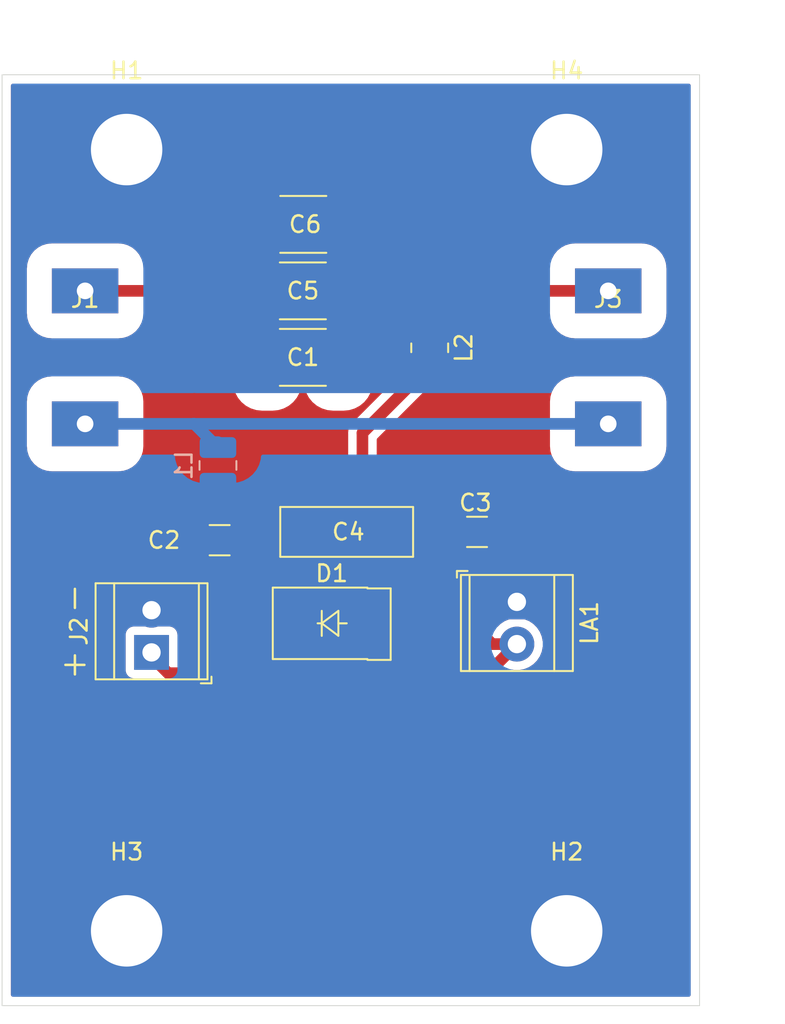
<source format=kicad_pcb>
(kicad_pcb (version 20171130) (host pcbnew 5.1.6-c6e7f7d~87~ubuntu20.04.1)

  (general
    (thickness 1.6)
    (drawings 19)
    (tracks 52)
    (zones 0)
    (modules 17)
    (nets 6)
  )

  (page A4)
  (layers
    (0 F.Cu signal)
    (31 B.Cu signal)
    (32 B.Adhes user)
    (33 F.Adhes user)
    (34 B.Paste user)
    (35 F.Paste user)
    (36 B.SilkS user)
    (37 F.SilkS user)
    (38 B.Mask user)
    (39 F.Mask user)
    (40 Dwgs.User user)
    (41 Cmts.User user)
    (42 Eco1.User user)
    (43 Eco2.User user)
    (44 Edge.Cuts user)
    (45 Margin user)
    (46 B.CrtYd user)
    (47 F.CrtYd user)
    (48 B.Fab user)
    (49 F.Fab user)
  )

  (setup
    (last_trace_width 0.7)
    (trace_clearance 0.2)
    (zone_clearance 0.508)
    (zone_45_only no)
    (trace_min 0.2)
    (via_size 0.8)
    (via_drill 0.4)
    (via_min_size 0.4)
    (via_min_drill 0.3)
    (uvia_size 0.3)
    (uvia_drill 0.1)
    (uvias_allowed no)
    (uvia_min_size 0.2)
    (uvia_min_drill 0.1)
    (edge_width 0.05)
    (segment_width 0.2)
    (pcb_text_width 0.3)
    (pcb_text_size 1.5 1.5)
    (mod_edge_width 0.12)
    (mod_text_size 1 1)
    (mod_text_width 0.15)
    (pad_size 1.25 2.2)
    (pad_drill 0)
    (pad_to_mask_clearance 0.05)
    (aux_axis_origin 0 0)
    (visible_elements FFFFFF7F)
    (pcbplotparams
      (layerselection 0x010ff_ffffffff)
      (usegerberextensions false)
      (usegerberattributes true)
      (usegerberadvancedattributes true)
      (creategerberjobfile true)
      (excludeedgelayer true)
      (linewidth 0.100000)
      (plotframeref false)
      (viasonmask false)
      (mode 1)
      (useauxorigin false)
      (hpglpennumber 1)
      (hpglpenspeed 20)
      (hpglpendiameter 15.000000)
      (psnegative false)
      (psa4output false)
      (plotreference true)
      (plotvalue true)
      (plotinvisibletext false)
      (padsonsilk false)
      (subtractmaskfromsilk false)
      (outputformat 1)
      (mirror false)
      (drillshape 0)
      (scaleselection 1)
      (outputdirectory "extractor-smd/"))
  )

  (net 0 "")
  (net 1 /RF+DC)
  (net 2 /RF)
  (net 3 /RF-GND)
  (net 4 /DC-GND)
  (net 5 /DC+)

  (net_class Default "This is the default net class."
    (clearance 0.2)
    (trace_width 0.7)
    (via_dia 0.8)
    (via_drill 0.4)
    (uvia_dia 0.3)
    (uvia_drill 0.1)
    (add_net /DC+)
    (add_net /DC-GND)
  )

  (net_class RF ""
    (clearance 1.5)
    (trace_width 0.7)
    (via_dia 0.8)
    (via_drill 0.4)
    (uvia_dia 0.3)
    (uvia_drill 0.1)
    (add_net /RF)
    (add_net /RF+DC)
  )

  (net_class RF-GND ""
    (clearance 1.5)
    (trace_width 0.7)
    (via_dia 0.8)
    (via_drill 0.4)
    (uvia_dia 0.3)
    (uvia_drill 0.1)
    (add_net /RF-GND)
  )

  (module Teensy:SO-239-pads (layer F.Cu) (tedit 5F48540F) (tstamp 5F484DB4)
    (at 42 32)
    (path /5F47F485)
    (fp_text reference J1 (at 0 0.5) (layer F.SilkS)
      (effects (font (size 1 1) (thickness 0.15)))
    )
    (fp_text value Conn_Coaxial (at 0 -0.5) (layer F.Fab)
      (effects (font (size 1 1) (thickness 0.15)))
    )
    (pad 2 thru_hole rect (at 0 8) (size 4 2.7) (drill 1) (layers *.Cu *.Mask)
      (net 3 /RF-GND))
    (pad 1 thru_hole rect (at 0 0) (size 4 2.7) (drill 1) (layers *.Cu *.Mask)
      (net 2 /RF))
  )

  (module TerminalBlock_TE-Connectivity:TerminalBlock_TE_282834-2_1x02_P2.54mm_Horizontal (layer F.Cu) (tedit 5B1EC513) (tstamp 5F484DD4)
    (at 46 53.75 90)
    (descr "Terminal Block TE 282834-2, 2 pins, pitch 2.54mm, size 5.54x6.5mm^2, drill diamater 1.1mm, pad diameter 2.1mm, see http://www.te.com/commerce/DocumentDelivery/DDEController?Action=showdoc&DocId=Customer+Drawing%7F282834%7FC1%7Fpdf%7FEnglish%7FENG_CD_282834_C1.pdf, script-generated using https://github.com/pointhi/kicad-footprint-generator/scripts/TerminalBlock_TE-Connectivity")
    (tags "THT Terminal Block TE 282834-2 pitch 2.54mm size 5.54x6.5mm^2 drill 1.1mm pad 2.1mm")
    (path /5F4863C5)
    (fp_text reference J2 (at 1.27 -4.37 90) (layer F.SilkS)
      (effects (font (size 1 1) (thickness 0.15)))
    )
    (fp_text value Screw_Terminal_01x02 (at 1.27 4.37 90) (layer F.Fab)
      (effects (font (size 1 1) (thickness 0.15)))
    )
    (fp_line (start 4.54 -3.75) (end -2 -3.75) (layer F.CrtYd) (width 0.05))
    (fp_line (start 4.54 3.75) (end 4.54 -3.75) (layer F.CrtYd) (width 0.05))
    (fp_line (start -2 3.75) (end 4.54 3.75) (layer F.CrtYd) (width 0.05))
    (fp_line (start -2 -3.75) (end -2 3.75) (layer F.CrtYd) (width 0.05))
    (fp_line (start -1.86 3.61) (end -1.46 3.61) (layer F.SilkS) (width 0.12))
    (fp_line (start -1.86 2.97) (end -1.86 3.61) (layer F.SilkS) (width 0.12))
    (fp_line (start 3.241 -0.835) (end 1.706 0.7) (layer F.Fab) (width 0.1))
    (fp_line (start 3.375 -0.7) (end 1.84 0.835) (layer F.Fab) (width 0.1))
    (fp_line (start 0.701 -0.835) (end -0.835 0.7) (layer F.Fab) (width 0.1))
    (fp_line (start 0.835 -0.7) (end -0.701 0.835) (layer F.Fab) (width 0.1))
    (fp_line (start 4.16 -3.37) (end 4.16 3.37) (layer F.SilkS) (width 0.12))
    (fp_line (start -1.62 -3.37) (end -1.62 3.37) (layer F.SilkS) (width 0.12))
    (fp_line (start -1.62 3.37) (end 4.16 3.37) (layer F.SilkS) (width 0.12))
    (fp_line (start -1.62 -3.37) (end 4.16 -3.37) (layer F.SilkS) (width 0.12))
    (fp_line (start -1.62 -2.25) (end 4.16 -2.25) (layer F.SilkS) (width 0.12))
    (fp_line (start -1.5 -2.25) (end 4.04 -2.25) (layer F.Fab) (width 0.1))
    (fp_line (start -1.62 2.85) (end 4.16 2.85) (layer F.SilkS) (width 0.12))
    (fp_line (start -1.5 2.85) (end 4.04 2.85) (layer F.Fab) (width 0.1))
    (fp_line (start -1.5 2.85) (end -1.5 -3.25) (layer F.Fab) (width 0.1))
    (fp_line (start -1.1 3.25) (end -1.5 2.85) (layer F.Fab) (width 0.1))
    (fp_line (start 4.04 3.25) (end -1.1 3.25) (layer F.Fab) (width 0.1))
    (fp_line (start 4.04 -3.25) (end 4.04 3.25) (layer F.Fab) (width 0.1))
    (fp_line (start -1.5 -3.25) (end 4.04 -3.25) (layer F.Fab) (width 0.1))
    (fp_circle (center 2.54 0) (end 3.64 0) (layer F.Fab) (width 0.1))
    (fp_circle (center 0 0) (end 1.1 0) (layer F.Fab) (width 0.1))
    (fp_text user %R (at 1.27 2 90) (layer F.Fab)
      (effects (font (size 1 1) (thickness 0.15)))
    )
    (pad 2 thru_hole circle (at 2.54 0 90) (size 2.1 2.1) (drill 1.1) (layers *.Cu *.Mask)
      (net 4 /DC-GND))
    (pad 1 thru_hole rect (at 0 0 90) (size 2.1 2.1) (drill 1.1) (layers *.Cu *.Mask)
      (net 5 /DC+))
    (model ${KISYS3DMOD}/TerminalBlock_TE-Connectivity.3dshapes/TerminalBlock_TE_282834-2_1x02_P2.54mm_Horizontal.wrl
      (at (xyz 0 0 0))
      (scale (xyz 1 1 1))
      (rotate (xyz 0 0 0))
    )
  )

  (module Teensy:SO-239-pads (layer F.Cu) (tedit 5F48540F) (tstamp 5F484DDA)
    (at 73.5 32)
    (path /5F487404)
    (fp_text reference J3 (at 0 0.5) (layer F.SilkS)
      (effects (font (size 1 1) (thickness 0.15)))
    )
    (fp_text value Conn_Coaxial (at 0 -0.5) (layer F.Fab)
      (effects (font (size 1 1) (thickness 0.15)))
    )
    (pad 2 thru_hole rect (at 0 8) (size 4 2.7) (drill 1) (layers *.Cu *.Mask)
      (net 3 /RF-GND))
    (pad 1 thru_hole rect (at 0 0) (size 4 2.7) (drill 1) (layers *.Cu *.Mask)
      (net 1 /RF+DC))
  )

  (module TerminalBlock_TE-Connectivity:TerminalBlock_TE_282834-2_1x02_P2.54mm_Horizontal (layer F.Cu) (tedit 5B1EC513) (tstamp 5F485338)
    (at 68 50.71 270)
    (descr "Terminal Block TE 282834-2, 2 pins, pitch 2.54mm, size 5.54x6.5mm^2, drill diamater 1.1mm, pad diameter 2.1mm, see http://www.te.com/commerce/DocumentDelivery/DDEController?Action=showdoc&DocId=Customer+Drawing%7F282834%7FC1%7Fpdf%7FEnglish%7FENG_CD_282834_C1.pdf, script-generated using https://github.com/pointhi/kicad-footprint-generator/scripts/TerminalBlock_TE-Connectivity")
    (tags "THT Terminal Block TE 282834-2 pitch 2.54mm size 5.54x6.5mm^2 drill 1.1mm pad 2.1mm")
    (path /5F47E357)
    (fp_text reference LA1 (at 1.27 -4.37 90) (layer F.SilkS)
      (effects (font (size 1 1) (thickness 0.15)))
    )
    (fp_text value 282834-2 (at 1.27 4.37 90) (layer F.Fab)
      (effects (font (size 1 1) (thickness 0.15)))
    )
    (fp_line (start 4.54 -3.75) (end -2 -3.75) (layer F.CrtYd) (width 0.05))
    (fp_line (start 4.54 3.75) (end 4.54 -3.75) (layer F.CrtYd) (width 0.05))
    (fp_line (start -2 3.75) (end 4.54 3.75) (layer F.CrtYd) (width 0.05))
    (fp_line (start -2 -3.75) (end -2 3.75) (layer F.CrtYd) (width 0.05))
    (fp_line (start -1.86 3.61) (end -1.46 3.61) (layer F.SilkS) (width 0.12))
    (fp_line (start -1.86 2.97) (end -1.86 3.61) (layer F.SilkS) (width 0.12))
    (fp_line (start 3.241 -0.835) (end 1.706 0.7) (layer F.Fab) (width 0.1))
    (fp_line (start 3.375 -0.7) (end 1.84 0.835) (layer F.Fab) (width 0.1))
    (fp_line (start 0.701 -0.835) (end -0.835 0.7) (layer F.Fab) (width 0.1))
    (fp_line (start 0.835 -0.7) (end -0.701 0.835) (layer F.Fab) (width 0.1))
    (fp_line (start 4.16 -3.37) (end 4.16 3.37) (layer F.SilkS) (width 0.12))
    (fp_line (start -1.62 -3.37) (end -1.62 3.37) (layer F.SilkS) (width 0.12))
    (fp_line (start -1.62 3.37) (end 4.16 3.37) (layer F.SilkS) (width 0.12))
    (fp_line (start -1.62 -3.37) (end 4.16 -3.37) (layer F.SilkS) (width 0.12))
    (fp_line (start -1.62 -2.25) (end 4.16 -2.25) (layer F.SilkS) (width 0.12))
    (fp_line (start -1.5 -2.25) (end 4.04 -2.25) (layer F.Fab) (width 0.1))
    (fp_line (start -1.62 2.85) (end 4.16 2.85) (layer F.SilkS) (width 0.12))
    (fp_line (start -1.5 2.85) (end 4.04 2.85) (layer F.Fab) (width 0.1))
    (fp_line (start -1.5 2.85) (end -1.5 -3.25) (layer F.Fab) (width 0.1))
    (fp_line (start -1.1 3.25) (end -1.5 2.85) (layer F.Fab) (width 0.1))
    (fp_line (start 4.04 3.25) (end -1.1 3.25) (layer F.Fab) (width 0.1))
    (fp_line (start 4.04 -3.25) (end 4.04 3.25) (layer F.Fab) (width 0.1))
    (fp_line (start -1.5 -3.25) (end 4.04 -3.25) (layer F.Fab) (width 0.1))
    (fp_circle (center 2.54 0) (end 3.64 0) (layer F.Fab) (width 0.1))
    (fp_circle (center 0 0) (end 1.1 0) (layer F.Fab) (width 0.1))
    (fp_text user %R (at 1.27 2 90) (layer F.Fab)
      (effects (font (size 1 1) (thickness 0.15)))
    )
    (pad 2 thru_hole circle (at 2.54 0 270) (size 2.1 2.1) (drill 1.1) (layers *.Cu *.Mask)
      (net 5 /DC+))
    (pad 1 thru_hole rect (at 0 0 270) (size 2.1 2.1) (drill 1.1) (layers *.Cu *.Mask)
      (net 4 /DC-GND))
    (model ${KISYS3DMOD}/TerminalBlock_TE-Connectivity.3dshapes/TerminalBlock_TE_282834-2_1x02_P2.54mm_Horizontal.wrl
      (at (xyz 0 0 0))
      (scale (xyz 1 1 1))
      (rotate (xyz 0 0 0))
    )
  )

  (module MountingHole:MountingHole_4.3mm_M4_DIN965_Pad (layer F.Cu) (tedit 5F4DCA36) (tstamp 5F48B279)
    (at 44.5 23.5)
    (descr "Mounting Hole 4.3mm, M4, DIN965")
    (tags "mounting hole 4.3mm m4 din965")
    (path /5F4A2A63)
    (attr virtual)
    (fp_text reference H1 (at 0 -4.75) (layer F.SilkS)
      (effects (font (size 1 1) (thickness 0.15)))
    )
    (fp_text value MountingHole_Pad (at 0 4.75) (layer F.Fab)
      (effects (font (size 1 1) (thickness 0.15)))
    )
    (fp_circle (center 0 0) (end 3.75 0) (layer Cmts.User) (width 0.15))
    (fp_circle (center 0 0) (end 4 0) (layer F.CrtYd) (width 0.05))
    (fp_text user %R (at 0.3 0) (layer F.Fab)
      (effects (font (size 1 1) (thickness 0.15)))
    )
    (pad 1 thru_hole circle (at 0 0) (size 7.5 7.5) (drill 4.3) (layers *.Cu *.Mask)
      (net 4 /DC-GND))
  )

  (module MountingHole:MountingHole_4.3mm_M4_DIN965_Pad (layer F.Cu) (tedit 5F4DBAEC) (tstamp 5F48B281)
    (at 71 70.5)
    (descr "Mounting Hole 4.3mm, M4, DIN965")
    (tags "mounting hole 4.3mm m4 din965")
    (path /5F4A4543)
    (attr virtual)
    (fp_text reference H2 (at 0 -4.75) (layer F.SilkS)
      (effects (font (size 1 1) (thickness 0.15)))
    )
    (fp_text value MountingHole_Pad (at 0 4.75) (layer F.Fab)
      (effects (font (size 1 1) (thickness 0.15)))
    )
    (fp_circle (center 0 0) (end 4 0) (layer F.CrtYd) (width 0.05))
    (fp_circle (center 0 0) (end 3.75 0) (layer Cmts.User) (width 0.15))
    (fp_text user %R (at 0.3 0) (layer F.Fab)
      (effects (font (size 1 1) (thickness 0.15)))
    )
    (pad 1 thru_hole circle (at 0 0) (size 7.5 7.5) (drill 4.3) (layers *.Cu *.Mask)
      (net 4 /DC-GND))
  )

  (module MountingHole:MountingHole_4.3mm_M4_DIN965_Pad (layer F.Cu) (tedit 5F4DBAE1) (tstamp 5F48B289)
    (at 44.5 70.5)
    (descr "Mounting Hole 4.3mm, M4, DIN965")
    (tags "mounting hole 4.3mm m4 din965")
    (path /5F4A2DF5)
    (attr virtual)
    (fp_text reference H3 (at 0 -4.75) (layer F.SilkS)
      (effects (font (size 1 1) (thickness 0.15)))
    )
    (fp_text value MountingHole_Pad (at 0 4.75) (layer F.Fab)
      (effects (font (size 1 1) (thickness 0.15)))
    )
    (fp_circle (center 0 0) (end 4 0) (layer F.CrtYd) (width 0.05))
    (fp_circle (center 0 0) (end 3.75 0) (layer Cmts.User) (width 0.15))
    (fp_text user %R (at 0.3 0) (layer F.Fab)
      (effects (font (size 1 1) (thickness 0.15)))
    )
    (pad 1 thru_hole circle (at 0 0) (size 7.5 7.5) (drill 4.3) (layers *.Cu *.Mask)
      (net 4 /DC-GND))
  )

  (module MountingHole:MountingHole_4.3mm_M4_DIN965_Pad (layer F.Cu) (tedit 5F4DBAD6) (tstamp 5F48B291)
    (at 71 23.5)
    (descr "Mounting Hole 4.3mm, M4, DIN965")
    (tags "mounting hole 4.3mm m4 din965")
    (path /5F4A453D)
    (attr virtual)
    (fp_text reference H4 (at 0 -4.75) (layer F.SilkS)
      (effects (font (size 1 1) (thickness 0.15)))
    )
    (fp_text value MountingHole_Pad (at 0 4.75) (layer F.Fab)
      (effects (font (size 1 1) (thickness 0.15)))
    )
    (fp_circle (center 0 0) (end 3.75 0) (layer Cmts.User) (width 0.15))
    (fp_circle (center 0 0) (end 4 0) (layer F.CrtYd) (width 0.05))
    (fp_text user %R (at 0.3 0) (layer F.Fab)
      (effects (font (size 1 1) (thickness 0.15)))
    )
    (pad 1 thru_hole circle (at 0 0) (size 7.5 7.5) (drill 4.3) (layers *.Cu *.Mask)
      (net 4 /DC-GND))
  )

  (module Capacitor_SMD:C_1812_4532Metric (layer F.Cu) (tedit 5B301BBE) (tstamp 5F4E0819)
    (at 55.1125 36 180)
    (descr "Capacitor SMD 1812 (4532 Metric), square (rectangular) end terminal, IPC_7351 nominal, (Body size source: https://www.nikhef.nl/pub/departments/mt/projects/detectorR_D/dtddice/ERJ2G.pdf), generated with kicad-footprint-generator")
    (tags capacitor)
    (path /5F4A4B2C)
    (attr smd)
    (fp_text reference C1 (at 0 0) (layer F.SilkS)
      (effects (font (size 1 1) (thickness 0.15)))
    )
    (fp_text value "CAP CER 10000PF 2KV X7R 1812 " (at 0 2.65) (layer F.Fab)
      (effects (font (size 1 1) (thickness 0.15)))
    )
    (fp_line (start -2.25 1.6) (end -2.25 -1.6) (layer F.Fab) (width 0.1))
    (fp_line (start -2.25 -1.6) (end 2.25 -1.6) (layer F.Fab) (width 0.1))
    (fp_line (start 2.25 -1.6) (end 2.25 1.6) (layer F.Fab) (width 0.1))
    (fp_line (start 2.25 1.6) (end -2.25 1.6) (layer F.Fab) (width 0.1))
    (fp_line (start -1.386252 -1.71) (end 1.386252 -1.71) (layer F.SilkS) (width 0.12))
    (fp_line (start -1.386252 1.71) (end 1.386252 1.71) (layer F.SilkS) (width 0.12))
    (fp_line (start -2.95 1.95) (end -2.95 -1.95) (layer F.CrtYd) (width 0.05))
    (fp_line (start -2.95 -1.95) (end 2.95 -1.95) (layer F.CrtYd) (width 0.05))
    (fp_line (start 2.95 -1.95) (end 2.95 1.95) (layer F.CrtYd) (width 0.05))
    (fp_line (start 2.95 1.95) (end -2.95 1.95) (layer F.CrtYd) (width 0.05))
    (fp_text user %R (at 0 0) (layer F.Fab)
      (effects (font (size 1 1) (thickness 0.15)))
    )
    (pad 1 smd roundrect (at -2.1375 0 180) (size 1.125 3.4) (layers F.Cu F.Paste F.Mask) (roundrect_rratio 0.222222)
      (net 1 /RF+DC))
    (pad 2 smd roundrect (at 2.1375 0 180) (size 1.125 3.4) (layers F.Cu F.Paste F.Mask) (roundrect_rratio 0.222222)
      (net 2 /RF))
    (model ${KISYS3DMOD}/Capacitor_SMD.3dshapes/C_1812_4532Metric.wrl
      (at (xyz 0 0 0))
      (scale (xyz 1 1 1))
      (rotate (xyz 0 0 0))
    )
  )

  (module Capacitor_SMD:C_1206_3216Metric (layer F.Cu) (tedit 5B301BBE) (tstamp 5F4E081A)
    (at 50.1 47 180)
    (descr "Capacitor SMD 1206 (3216 Metric), square (rectangular) end terminal, IPC_7351 nominal, (Body size source: http://www.tortai-tech.com/upload/download/2011102023233369053.pdf), generated with kicad-footprint-generator")
    (tags capacitor)
    (path /5F495578)
    (attr smd)
    (fp_text reference C2 (at 3.35 0) (layer F.SilkS)
      (effects (font (size 1 1) (thickness 0.15)))
    )
    (fp_text value "CER 10000PF 1000V X7R 1206 " (at 0 1.82) (layer F.Fab)
      (effects (font (size 1 1) (thickness 0.15)))
    )
    (fp_line (start 2.28 1.12) (end -2.28 1.12) (layer F.CrtYd) (width 0.05))
    (fp_line (start 2.28 -1.12) (end 2.28 1.12) (layer F.CrtYd) (width 0.05))
    (fp_line (start -2.28 -1.12) (end 2.28 -1.12) (layer F.CrtYd) (width 0.05))
    (fp_line (start -2.28 1.12) (end -2.28 -1.12) (layer F.CrtYd) (width 0.05))
    (fp_line (start -0.602064 0.91) (end 0.602064 0.91) (layer F.SilkS) (width 0.12))
    (fp_line (start -0.602064 -0.91) (end 0.602064 -0.91) (layer F.SilkS) (width 0.12))
    (fp_line (start 1.6 0.8) (end -1.6 0.8) (layer F.Fab) (width 0.1))
    (fp_line (start 1.6 -0.8) (end 1.6 0.8) (layer F.Fab) (width 0.1))
    (fp_line (start -1.6 -0.8) (end 1.6 -0.8) (layer F.Fab) (width 0.1))
    (fp_line (start -1.6 0.8) (end -1.6 -0.8) (layer F.Fab) (width 0.1))
    (fp_text user %R (at 0 0) (layer F.Fab)
      (effects (font (size 0.8 0.8) (thickness 0.12)))
    )
    (pad 2 smd roundrect (at 1.4 0 180) (size 1.25 1.75) (layers F.Cu F.Paste F.Mask) (roundrect_rratio 0.2)
      (net 4 /DC-GND))
    (pad 1 smd roundrect (at -1.4 0 180) (size 1.25 1.75) (layers F.Cu F.Paste F.Mask) (roundrect_rratio 0.2)
      (net 5 /DC+))
    (model ${KISYS3DMOD}/Capacitor_SMD.3dshapes/C_1206_3216Metric.wrl
      (at (xyz 0 0 0))
      (scale (xyz 1 1 1))
      (rotate (xyz 0 0 0))
    )
  )

  (module Capacitor_SMD:C_1206_3216Metric (layer F.Cu) (tedit 5B301BBE) (tstamp 5F4E082A)
    (at 65.6 46.5)
    (descr "Capacitor SMD 1206 (3216 Metric), square (rectangular) end terminal, IPC_7351 nominal, (Body size source: http://www.tortai-tech.com/upload/download/2011102023233369053.pdf), generated with kicad-footprint-generator")
    (tags capacitor)
    (path /5F495BD6)
    (attr smd)
    (fp_text reference C3 (at -0.1 -1.75) (layer F.SilkS)
      (effects (font (size 1 1) (thickness 0.15)))
    )
    (fp_text value "CER 100PF 1KV C0G/NP0 1206 " (at 0 1.82) (layer F.Fab)
      (effects (font (size 1 1) (thickness 0.15)))
    )
    (fp_line (start -1.6 0.8) (end -1.6 -0.8) (layer F.Fab) (width 0.1))
    (fp_line (start -1.6 -0.8) (end 1.6 -0.8) (layer F.Fab) (width 0.1))
    (fp_line (start 1.6 -0.8) (end 1.6 0.8) (layer F.Fab) (width 0.1))
    (fp_line (start 1.6 0.8) (end -1.6 0.8) (layer F.Fab) (width 0.1))
    (fp_line (start -0.602064 -0.91) (end 0.602064 -0.91) (layer F.SilkS) (width 0.12))
    (fp_line (start -0.602064 0.91) (end 0.602064 0.91) (layer F.SilkS) (width 0.12))
    (fp_line (start -2.28 1.12) (end -2.28 -1.12) (layer F.CrtYd) (width 0.05))
    (fp_line (start -2.28 -1.12) (end 2.28 -1.12) (layer F.CrtYd) (width 0.05))
    (fp_line (start 2.28 -1.12) (end 2.28 1.12) (layer F.CrtYd) (width 0.05))
    (fp_line (start 2.28 1.12) (end -2.28 1.12) (layer F.CrtYd) (width 0.05))
    (fp_text user %R (at 0 0) (layer F.Fab)
      (effects (font (size 0.8 0.8) (thickness 0.12)))
    )
    (pad 1 smd roundrect (at -1.4 0) (size 1.25 1.75) (layers F.Cu F.Paste F.Mask) (roundrect_rratio 0.2)
      (net 5 /DC+))
    (pad 2 smd roundrect (at 1.4 0) (size 1.25 1.75) (layers F.Cu F.Paste F.Mask) (roundrect_rratio 0.2)
      (net 4 /DC-GND))
    (model ${KISYS3DMOD}/Capacitor_SMD.3dshapes/C_1206_3216Metric.wrl
      (at (xyz 0 0 0))
      (scale (xyz 1 1 1))
      (rotate (xyz 0 0 0))
    )
  )

  (module Teensy:C_1808_4520_Metric (layer F.Cu) (tedit 5F4DB36B) (tstamp 5F4E083A)
    (at 57.75 46.5 180)
    (path /5F496F3F)
    (fp_text reference C4 (at -0.1 0) (layer F.SilkS)
      (effects (font (size 1 1) (thickness 0.15)))
    )
    (fp_text value "CER 1000PF 1KV X7R 1808 " (at 0 -2.25) (layer F.Fab)
      (effects (font (size 1 1) (thickness 0.15)))
    )
    (fp_line (start -4 -1.5) (end 4 -1.5) (layer F.SilkS) (width 0.12))
    (fp_line (start 4 -1.5) (end 4 1.5) (layer F.SilkS) (width 0.12))
    (fp_line (start 4 1.5) (end -4 1.5) (layer F.SilkS) (width 0.12))
    (fp_line (start -4 1.5) (end -4 -1.5) (layer F.SilkS) (width 0.12))
    (pad 1 smd rect (at -2.75 0 180) (size 2 2.5) (layers F.Cu F.Paste F.Mask)
      (net 5 /DC+))
    (pad 2 smd rect (at 2.75 0 180) (size 2 2.5) (layers F.Cu F.Paste F.Mask)
      (net 4 /DC-GND))
  )

  (module Capacitor_SMD:C_1812_4532Metric (layer F.Cu) (tedit 5B301BBE) (tstamp 5F4E0853)
    (at 55.1125 32 180)
    (descr "Capacitor SMD 1812 (4532 Metric), square (rectangular) end terminal, IPC_7351 nominal, (Body size source: https://www.nikhef.nl/pub/departments/mt/projects/detectorR_D/dtddice/ERJ2G.pdf), generated with kicad-footprint-generator")
    (tags capacitor)
    (path /5F4DE61E)
    (attr smd)
    (fp_text reference C5 (at 0 0) (layer F.SilkS)
      (effects (font (size 1 1) (thickness 0.15)))
    )
    (fp_text value "CAP CER 10000PF 2KV X7R 1812 " (at 0 2.65) (layer F.Fab)
      (effects (font (size 1 1) (thickness 0.15)))
    )
    (fp_line (start -2.25 1.6) (end -2.25 -1.6) (layer F.Fab) (width 0.1))
    (fp_line (start -2.25 -1.6) (end 2.25 -1.6) (layer F.Fab) (width 0.1))
    (fp_line (start 2.25 -1.6) (end 2.25 1.6) (layer F.Fab) (width 0.1))
    (fp_line (start 2.25 1.6) (end -2.25 1.6) (layer F.Fab) (width 0.1))
    (fp_line (start -1.386252 -1.71) (end 1.386252 -1.71) (layer F.SilkS) (width 0.12))
    (fp_line (start -1.386252 1.71) (end 1.386252 1.71) (layer F.SilkS) (width 0.12))
    (fp_line (start -2.95 1.95) (end -2.95 -1.95) (layer F.CrtYd) (width 0.05))
    (fp_line (start -2.95 -1.95) (end 2.95 -1.95) (layer F.CrtYd) (width 0.05))
    (fp_line (start 2.95 -1.95) (end 2.95 1.95) (layer F.CrtYd) (width 0.05))
    (fp_line (start 2.95 1.95) (end -2.95 1.95) (layer F.CrtYd) (width 0.05))
    (fp_text user %R (at 0 0) (layer F.Fab)
      (effects (font (size 1 1) (thickness 0.15)))
    )
    (pad 1 smd roundrect (at -2.1375 0 180) (size 1.125 3.4) (layers F.Cu F.Paste F.Mask) (roundrect_rratio 0.222222)
      (net 1 /RF+DC))
    (pad 2 smd roundrect (at 2.1375 0 180) (size 1.125 3.4) (layers F.Cu F.Paste F.Mask) (roundrect_rratio 0.222222)
      (net 2 /RF))
    (model ${KISYS3DMOD}/Capacitor_SMD.3dshapes/C_1812_4532Metric.wrl
      (at (xyz 0 0 0))
      (scale (xyz 1 1 1))
      (rotate (xyz 0 0 0))
    )
  )

  (module Capacitor_SMD:C_1812_4532Metric (layer F.Cu) (tedit 5B301BBE) (tstamp 5F4E0864)
    (at 55.1375 28 180)
    (descr "Capacitor SMD 1812 (4532 Metric), square (rectangular) end terminal, IPC_7351 nominal, (Body size source: https://www.nikhef.nl/pub/departments/mt/projects/detectorR_D/dtddice/ERJ2G.pdf), generated with kicad-footprint-generator")
    (tags capacitor)
    (path /5F4DDC12)
    (attr smd)
    (fp_text reference C6 (at -0.1125 0) (layer F.SilkS)
      (effects (font (size 1 1) (thickness 0.15)))
    )
    (fp_text value "CAP CER 10000PF 2KV X7R 1812 " (at 0 2.65) (layer F.Fab)
      (effects (font (size 1 1) (thickness 0.15)))
    )
    (fp_line (start 2.95 1.95) (end -2.95 1.95) (layer F.CrtYd) (width 0.05))
    (fp_line (start 2.95 -1.95) (end 2.95 1.95) (layer F.CrtYd) (width 0.05))
    (fp_line (start -2.95 -1.95) (end 2.95 -1.95) (layer F.CrtYd) (width 0.05))
    (fp_line (start -2.95 1.95) (end -2.95 -1.95) (layer F.CrtYd) (width 0.05))
    (fp_line (start -1.386252 1.71) (end 1.386252 1.71) (layer F.SilkS) (width 0.12))
    (fp_line (start -1.386252 -1.71) (end 1.386252 -1.71) (layer F.SilkS) (width 0.12))
    (fp_line (start 2.25 1.6) (end -2.25 1.6) (layer F.Fab) (width 0.1))
    (fp_line (start 2.25 -1.6) (end 2.25 1.6) (layer F.Fab) (width 0.1))
    (fp_line (start -2.25 -1.6) (end 2.25 -1.6) (layer F.Fab) (width 0.1))
    (fp_line (start -2.25 1.6) (end -2.25 -1.6) (layer F.Fab) (width 0.1))
    (fp_text user %R (at 0 0) (layer F.Fab)
      (effects (font (size 1 1) (thickness 0.15)))
    )
    (pad 2 smd roundrect (at 2.1375 0 180) (size 1.125 3.4) (layers F.Cu F.Paste F.Mask) (roundrect_rratio 0.222222)
      (net 2 /RF))
    (pad 1 smd roundrect (at -2.1375 0 180) (size 1.125 3.4) (layers F.Cu F.Paste F.Mask) (roundrect_rratio 0.222222)
      (net 1 /RF+DC))
    (model ${KISYS3DMOD}/Capacitor_SMD.3dshapes/C_1812_4532Metric.wrl
      (at (xyz 0 0 0))
      (scale (xyz 1 1 1))
      (rotate (xyz 0 0 0))
    )
  )

  (module Diode_SMD:D_SMB (layer F.Cu) (tedit 58645DF3) (tstamp 5F4E0865)
    (at 56.85 52)
    (descr "Diode SMB (DO-214AA)")
    (tags "Diode SMB (DO-214AA)")
    (path /5F487EB2)
    (attr smd)
    (fp_text reference D1 (at 0 -3) (layer F.SilkS)
      (effects (font (size 1 1) (thickness 0.15)))
    )
    (fp_text value "RS1MB-13-F " (at 0 3.1) (layer F.Fab)
      (effects (font (size 1 1) (thickness 0.15)))
    )
    (fp_line (start -3.55 -2.15) (end -3.55 2.15) (layer F.SilkS) (width 0.12))
    (fp_line (start 2.3 2) (end -2.3 2) (layer F.Fab) (width 0.1))
    (fp_line (start -2.3 2) (end -2.3 -2) (layer F.Fab) (width 0.1))
    (fp_line (start 2.3 -2) (end 2.3 2) (layer F.Fab) (width 0.1))
    (fp_line (start 2.3 -2) (end -2.3 -2) (layer F.Fab) (width 0.1))
    (fp_line (start -3.65 -2.25) (end 3.65 -2.25) (layer F.CrtYd) (width 0.05))
    (fp_line (start 3.65 -2.25) (end 3.65 2.25) (layer F.CrtYd) (width 0.05))
    (fp_line (start 3.65 2.25) (end -3.65 2.25) (layer F.CrtYd) (width 0.05))
    (fp_line (start -3.65 2.25) (end -3.65 -2.25) (layer F.CrtYd) (width 0.05))
    (fp_line (start -0.64944 0.00102) (end -1.55114 0.00102) (layer F.Fab) (width 0.1))
    (fp_line (start 0.50118 0.00102) (end 1.4994 0.00102) (layer F.Fab) (width 0.1))
    (fp_line (start -0.64944 -0.79908) (end -0.64944 0.80112) (layer F.Fab) (width 0.1))
    (fp_line (start 0.50118 0.75032) (end 0.50118 -0.79908) (layer F.Fab) (width 0.1))
    (fp_line (start -0.64944 0.00102) (end 0.50118 0.75032) (layer F.Fab) (width 0.1))
    (fp_line (start -0.64944 0.00102) (end 0.50118 -0.79908) (layer F.Fab) (width 0.1))
    (fp_line (start -3.55 2.15) (end 2.15 2.15) (layer F.SilkS) (width 0.12))
    (fp_line (start -3.55 -2.15) (end 2.15 -2.15) (layer F.SilkS) (width 0.12))
    (fp_text user %R (at 0 -3) (layer F.Fab)
      (effects (font (size 1 1) (thickness 0.15)))
    )
    (pad 1 smd rect (at -2.15 0) (size 2.5 2.3) (layers F.Cu F.Paste F.Mask)
      (net 5 /DC+))
    (pad 2 smd rect (at 2.15 0) (size 2.5 2.3) (layers F.Cu F.Paste F.Mask)
      (net 4 /DC-GND))
    (model ${KISYS3DMOD}/Diode_SMD.3dshapes/D_SMB.wrl
      (at (xyz 0 0 0))
      (scale (xyz 1 1 1))
      (rotate (xyz 0 0 0))
    )
  )

  (module Inductor_SMD:L_1008_2520Metric (layer F.Cu) (tedit 5F4DCAD8) (tstamp 5F4E08A2)
    (at 62.75 35.425 270)
    (descr "Inductor SMD 1008 (2520 Metric), square (rectangular) end terminal, IPC_7351 nominal, (Body size source: https://ecsxtal.com/store/pdf/ECS-MPI2520-SMD-POWER-INDUCTOR.pdf), generated with kicad-footprint-generator")
    (tags inductor)
    (path /5F47C93C)
    (attr smd)
    (fp_text reference L2 (at 0 -2.05 90) (layer F.SilkS)
      (effects (font (size 1 1) (thickness 0.15)))
    )
    (fp_text value "744762210A " (at 0 2.05 90) (layer F.Fab)
      (effects (font (size 1 1) (thickness 0.15)))
    )
    (fp_line (start -1.25 1) (end -1.25 -1) (layer F.Fab) (width 0.1))
    (fp_line (start -1.25 -1) (end 1.25 -1) (layer F.Fab) (width 0.1))
    (fp_line (start 1.25 -1) (end 1.25 1) (layer F.Fab) (width 0.1))
    (fp_line (start 1.25 1) (end -1.25 1) (layer F.Fab) (width 0.1))
    (fp_line (start -0.261252 -1.11) (end 0.261252 -1.11) (layer F.SilkS) (width 0.12))
    (fp_line (start -0.261252 1.11) (end 0.261252 1.11) (layer F.SilkS) (width 0.12))
    (fp_line (start -1.95 1.35) (end -1.95 -1.35) (layer F.CrtYd) (width 0.05))
    (fp_line (start -1.95 -1.35) (end 1.95 -1.35) (layer F.CrtYd) (width 0.05))
    (fp_line (start 1.95 -1.35) (end 1.95 1.35) (layer F.CrtYd) (width 0.05))
    (fp_line (start 1.95 1.35) (end -1.95 1.35) (layer F.CrtYd) (width 0.05))
    (fp_text user %R (at 0 0 90) (layer F.Fab)
      (effects (font (size 0.62 0.62) (thickness 0.09)))
    )
    (pad 1 smd roundrect (at -1.075 0 270) (size 1.25 2.2) (layers F.Cu F.Paste F.Mask) (roundrect_rratio 0.2)
      (net 1 /RF+DC))
    (pad 2 smd roundrect (at 1.075 0 270) (size 1.25 2.2) (layers F.Cu F.Paste F.Mask) (roundrect_rratio 0.2)
      (net 5 /DC+))
    (model ${KISYS3DMOD}/Inductor_SMD.3dshapes/L_1008_2520Metric.wrl
      (at (xyz 0 0 0))
      (scale (xyz 1 1 1))
      (rotate (xyz 0 0 0))
    )
  )

  (module Inductor_SMD:L_1008_2520Metric (layer B.Cu) (tedit 5D4AF589) (tstamp 5F4E1E42)
    (at 50 42.5 270)
    (descr "Inductor SMD 1008 (2520 Metric), square (rectangular) end terminal, IPC_7351 nominal, (Body size source: https://ecsxtal.com/store/pdf/ECS-MPI2520-SMD-POWER-INDUCTOR.pdf), generated with kicad-footprint-generator")
    (tags inductor)
    (path /5F47BE84)
    (attr smd)
    (fp_text reference L1 (at 0 2.05 90) (layer B.SilkS)
      (effects (font (size 1 1) (thickness 0.15)) (justify mirror))
    )
    (fp_text value "744762210A " (at 0 -2.05 90) (layer B.Fab)
      (effects (font (size 1 1) (thickness 0.15)) (justify mirror))
    )
    (fp_line (start -1.25 -1) (end -1.25 1) (layer B.Fab) (width 0.1))
    (fp_line (start -1.25 1) (end 1.25 1) (layer B.Fab) (width 0.1))
    (fp_line (start 1.25 1) (end 1.25 -1) (layer B.Fab) (width 0.1))
    (fp_line (start 1.25 -1) (end -1.25 -1) (layer B.Fab) (width 0.1))
    (fp_line (start -0.261252 1.11) (end 0.261252 1.11) (layer B.SilkS) (width 0.12))
    (fp_line (start -0.261252 -1.11) (end 0.261252 -1.11) (layer B.SilkS) (width 0.12))
    (fp_line (start -1.95 -1.35) (end -1.95 1.35) (layer B.CrtYd) (width 0.05))
    (fp_line (start -1.95 1.35) (end 1.95 1.35) (layer B.CrtYd) (width 0.05))
    (fp_line (start 1.95 1.35) (end 1.95 -1.35) (layer B.CrtYd) (width 0.05))
    (fp_line (start 1.95 -1.35) (end -1.95 -1.35) (layer B.CrtYd) (width 0.05))
    (fp_text user %R (at 0 0 90) (layer B.Fab)
      (effects (font (size 0.62 0.62) (thickness 0.09)) (justify mirror))
    )
    (pad 1 smd roundrect (at -1.075 0 270) (size 1.25 2.2) (layers B.Cu B.Paste B.Mask) (roundrect_rratio 0.2)
      (net 3 /RF-GND))
    (pad 2 smd roundrect (at 1.075 0 270) (size 1.25 2.2) (layers B.Cu B.Paste B.Mask) (roundrect_rratio 0.2)
      (net 4 /DC-GND))
    (model ${KISYS3DMOD}/Inductor_SMD.3dshapes/L_1008_2520Metric.wrl
      (at (xyz 0 0 0))
      (scale (xyz 1 1 1))
      (rotate (xyz 0 0 0))
    )
  )

  (dimension 56 (width 0.15) (layer Dwgs.User)
    (gr_text "56,000 mm" (at 82.8 47 90) (layer Dwgs.User)
      (effects (font (size 1 1) (thickness 0.15)))
    )
    (feature1 (pts (xy 79 19) (xy 82.086421 19)))
    (feature2 (pts (xy 79 75) (xy 82.086421 75)))
    (crossbar (pts (xy 81.5 75) (xy 81.5 19)))
    (arrow1a (pts (xy 81.5 19) (xy 82.086421 20.126504)))
    (arrow1b (pts (xy 81.5 19) (xy 80.913579 20.126504)))
    (arrow2a (pts (xy 81.5 75) (xy 82.086421 73.873496)))
    (arrow2b (pts (xy 81.5 75) (xy 80.913579 73.873496)))
  )
  (dimension 42 (width 0.15) (layer Dwgs.User)
    (gr_text "42,000 mm" (at 58 15.2) (layer Dwgs.User)
      (effects (font (size 1 1) (thickness 0.15)))
    )
    (feature1 (pts (xy 79 19) (xy 79 15.913579)))
    (feature2 (pts (xy 37 19) (xy 37 15.913579)))
    (crossbar (pts (xy 37 16.5) (xy 79 16.5)))
    (arrow1a (pts (xy 79 16.5) (xy 77.873496 17.086421)))
    (arrow1b (pts (xy 79 16.5) (xy 77.873496 15.913579)))
    (arrow2a (pts (xy 37 16.5) (xy 38.126504 17.086421)))
    (arrow2b (pts (xy 37 16.5) (xy 38.126504 15.913579)))
  )
  (gr_line (start 60.4 54.2) (end 59 54.2) (layer F.SilkS) (width 0.12))
  (gr_line (start 60.4 49.9) (end 60.4 54.2) (layer F.SilkS) (width 0.12))
  (gr_line (start 59 49.9) (end 60.4 49.9) (layer F.SilkS) (width 0.12))
  (gr_line (start 56.25 52) (end 56 52) (layer F.SilkS) (width 0.12))
  (gr_line (start 57.75 52) (end 57.25 52) (layer F.SilkS) (width 0.12) (tstamp 5F4E26CB))
  (gr_line (start 57.25 52) (end 57.75 52) (layer F.SilkS) (width 0.12))
  (gr_line (start 57.25 52.75) (end 56.25 52) (layer F.SilkS) (width 0.12) (tstamp 5F4E26CA))
  (gr_line (start 57.25 51.25) (end 57.25 52.75) (layer F.SilkS) (width 0.12))
  (gr_line (start 56.25 52) (end 57.25 51.25) (layer F.SilkS) (width 0.12))
  (gr_line (start 56.25 52.75) (end 56.25 52) (layer F.SilkS) (width 0.12))
  (gr_line (start 56.25 51.25) (end 56.25 52.75) (layer F.SilkS) (width 0.12))
  (gr_line (start 37 19) (end 79 19) (layer Edge.Cuts) (width 0.05))
  (gr_text - (at 41.5 50.5 270) (layer F.SilkS)
    (effects (font (size 1.5 1.5) (thickness 0.15)))
  )
  (gr_text + (at 41.5 54.5 270) (layer F.SilkS)
    (effects (font (size 1.5 1.5) (thickness 0.15)))
  )
  (gr_line (start 37 19) (end 37 75) (layer Edge.Cuts) (width 0.05))
  (gr_line (start 79 75) (end 37 75) (layer Edge.Cuts) (width 0.05))
  (gr_line (start 79 19) (end 79 75) (layer Edge.Cuts) (width 0.05))

  (segment (start 57.25 32) (end 57.25 36) (width 0.7) (layer F.Cu) (net 1) (status 30))
  (segment (start 57.275 28) (end 57.25 28.025) (width 0.7) (layer F.Cu) (net 1) (status 30))
  (segment (start 57.25 28.025) (end 57.25 32) (width 0.7) (layer F.Cu) (net 1) (status 30))
  (segment (start 62.5 32) (end 62.5 34.02499) (width 0.7) (layer F.Cu) (net 1) (status 20))
  (segment (start 62.5 34.02499) (end 62.75 34.02499) (width 0.7) (layer F.Cu) (net 1) (status 30))
  (segment (start 73.5 32) (end 62.5 32) (width 0.7) (layer F.Cu) (net 1) (status 10))
  (segment (start 62.5 32) (end 57.25 32) (width 0.7) (layer F.Cu) (net 1) (status 20))
  (segment (start 52.975 32) (end 42 32) (width 0.7) (layer F.Cu) (net 2) (status 30))
  (segment (start 53 28) (end 52.975 28.025) (width 0.7) (layer F.Cu) (net 2) (status 30))
  (segment (start 52.975 28.025) (end 52.975 32) (width 0.7) (layer F.Cu) (net 2) (status 30))
  (segment (start 52.975 32) (end 52.975 36) (width 0.7) (layer F.Cu) (net 2) (status 30))
  (segment (start 73.5 40) (end 48.5 40) (width 0.7) (layer B.Cu) (net 3) (status 10))
  (segment (start 48.5 40) (end 42 40) (width 0.7) (layer B.Cu) (net 3) (status 20))
  (segment (start 49.67499 41.09999) (end 50 41.09999) (width 0.7) (layer B.Cu) (net 3) (status 30))
  (segment (start 48.575 40) (end 49.67499 41.09999) (width 0.7) (layer B.Cu) (net 3) (status 20))
  (segment (start 48.5 40) (end 48.575 40) (width 0.7) (layer B.Cu) (net 3))
  (segment (start 68 50.71) (end 46.5 50.71) (width 0.7) (layer B.Cu) (net 4) (status 30))
  (segment (start 46.5 50.71) (end 46 51.21) (width 0.7) (layer B.Cu) (net 4) (status 30))
  (segment (start 45.5893 51.21) (end 46 51.21) (width 0.7) (layer F.Cu) (net 4) (status 30))
  (segment (start 48.7 48.51) (end 46 51.21) (width 0.7) (layer F.Cu) (net 4) (status 20))
  (segment (start 68 50.71) (end 68 48.96) (width 0.7) (layer F.Cu) (net 4) (status 10))
  (segment (start 67 47.96) (end 68 48.96) (width 0.7) (layer F.Cu) (net 4))
  (segment (start 67 47.96) (end 67 46.5) (width 0.7) (layer F.Cu) (net 4) (status 20))
  (segment (start 48.7 48.51) (end 48.7 47) (width 0.7) (layer F.Cu) (net 4) (status 20))
  (segment (start 49.67499 43.90001) (end 50 43.90001) (width 0.7) (layer B.Cu) (net 4) (status 30))
  (segment (start 49.575 44) (end 49.67499 43.90001) (width 0.7) (layer B.Cu) (net 4) (status 30))
  (segment (start 49 44) (end 49.575 44) (width 0.7) (layer B.Cu) (net 4) (status 30))
  (segment (start 53.07499 48.42501) (end 55 46.5) (width 0.7) (layer F.Cu) (net 4) (status 20))
  (segment (start 50.12501 48.42501) (end 53.07499 48.42501) (width 0.7) (layer F.Cu) (net 4))
  (segment (start 48.7 47) (end 50.12501 48.42501) (width 0.7) (layer F.Cu) (net 4) (status 10))
  (segment (start 44.5 23.5) (end 71 23.5) (width 0.7) (layer F.Cu) (net 4) (status 30))
  (segment (start 59 50.5) (end 55 46.5) (width 0.7) (layer F.Cu) (net 4) (status 20))
  (segment (start 59 52) (end 59 50.5) (width 0.7) (layer F.Cu) (net 4) (status 10))
  (segment (start 54.7 52.925) (end 54.7 52) (width 0.7) (layer F.Cu) (net 5) (status 30))
  (segment (start 60.5 46.5) (end 64.2 46.5) (width 0.7) (layer F.Cu) (net 5) (status 30))
  (segment (start 58.699999 44.699999) (end 60.5 46.5) (width 0.7) (layer F.Cu) (net 5) (status 20))
  (segment (start 52.925001 44.699999) (end 58.699999 44.699999) (width 0.7) (layer F.Cu) (net 5))
  (segment (start 51.5 46.125) (end 52.925001 44.699999) (width 0.7) (layer F.Cu) (net 5) (status 10))
  (segment (start 51.5 47) (end 51.5 46.125) (width 0.7) (layer F.Cu) (net 5) (status 30))
  (segment (start 62.42499 36.82501) (end 62.75 36.82501) (width 0.7) (layer F.Cu) (net 5) (status 30))
  (segment (start 58.699999 40.550001) (end 62.42499 36.82501) (width 0.7) (layer F.Cu) (net 5) (status 20))
  (segment (start 58.699999 44.699999) (end 58.699999 40.550001) (width 0.7) (layer F.Cu) (net 5))
  (segment (start 64.2 50.934924) (end 64.2 46.5) (width 0.7) (layer F.Cu) (net 5) (status 20))
  (segment (start 66.515076 53.25) (end 64.2 50.934924) (width 0.7) (layer F.Cu) (net 5))
  (segment (start 68 53.25) (end 66.515076 53.25) (width 0.7) (layer F.Cu) (net 5) (status 10))
  (segment (start 46 53.75) (end 46 54) (width 0.7) (layer F.Cu) (net 5))
  (segment (start 46 54) (end 47 55) (width 0.7) (layer F.Cu) (net 5))
  (segment (start 66.25 55) (end 68 53.25) (width 0.7) (layer F.Cu) (net 5))
  (segment (start 54.5 52.2) (end 54.7 52) (width 0.7) (layer F.Cu) (net 5))
  (segment (start 54.5 55) (end 54.5 52.2) (width 0.7) (layer F.Cu) (net 5))
  (segment (start 47 55) (end 54.5 55) (width 0.7) (layer F.Cu) (net 5))
  (segment (start 54.5 55) (end 66.25 55) (width 0.7) (layer F.Cu) (net 5))

  (zone (net 4) (net_name /DC-GND) (layer F.Cu) (tstamp 5F4E17CA) (hatch edge 0.508)
    (connect_pads yes (clearance 0.508))
    (min_thickness 0.254)
    (fill yes (arc_segments 32) (thermal_gap 0.508) (thermal_bridge_width 0.508))
    (polygon
      (pts
        (xy 79 75) (xy 37 75) (xy 37 19) (xy 79 19)
      )
    )
    (filled_polygon
      (pts
        (xy 78.340001 74.34) (xy 37.66 74.34) (xy 37.66 38.65) (xy 38.365128 38.65) (xy 38.365128 41.35)
        (xy 38.396542 41.668948) (xy 38.489575 41.975638) (xy 38.640654 42.258286) (xy 38.843971 42.506029) (xy 39.091714 42.709346)
        (xy 39.374362 42.860425) (xy 39.681052 42.953458) (xy 40 42.984872) (xy 44 42.984872) (xy 44.318948 42.953458)
        (xy 44.625638 42.860425) (xy 44.908286 42.709346) (xy 45.156029 42.506029) (xy 45.359346 42.258286) (xy 45.510425 41.975638)
        (xy 45.603458 41.668948) (xy 45.634872 41.35) (xy 45.634872 38.65) (xy 45.603458 38.331052) (xy 45.510425 38.024362)
        (xy 45.359346 37.741714) (xy 45.156029 37.493971) (xy 44.908286 37.290654) (xy 44.625638 37.139575) (xy 44.318948 37.046542)
        (xy 44 37.015128) (xy 40 37.015128) (xy 39.681052 37.046542) (xy 39.374362 37.139575) (xy 39.091714 37.290654)
        (xy 38.843971 37.493971) (xy 38.640654 37.741714) (xy 38.489575 38.024362) (xy 38.396542 38.331052) (xy 38.365128 38.65)
        (xy 37.66 38.65) (xy 37.66 30.65) (xy 38.365128 30.65) (xy 38.365128 33.35) (xy 38.396542 33.668948)
        (xy 38.489575 33.975638) (xy 38.640654 34.258286) (xy 38.843971 34.506029) (xy 39.091714 34.709346) (xy 39.374362 34.860425)
        (xy 39.681052 34.953458) (xy 40 34.984872) (xy 44 34.984872) (xy 44.318948 34.953458) (xy 44.625638 34.860425)
        (xy 44.908286 34.709346) (xy 45.156029 34.506029) (xy 45.359346 34.258286) (xy 45.509697 33.977) (xy 50.862162 33.977)
        (xy 50.869139 34) (xy 50.813845 34.182279) (xy 50.777628 34.549999) (xy 50.777628 37.450001) (xy 50.813845 37.817721)
        (xy 50.921105 38.17131) (xy 51.095286 38.497179) (xy 51.329694 38.782806) (xy 51.615321 39.017214) (xy 51.94119 39.191395)
        (xy 52.294779 39.298655) (xy 52.662499 39.334872) (xy 53.287501 39.334872) (xy 53.655221 39.298655) (xy 54.00881 39.191395)
        (xy 54.334679 39.017214) (xy 54.620306 38.782806) (xy 54.854714 38.497179) (xy 55.028895 38.17131) (xy 55.1125 37.895701)
        (xy 55.196105 38.17131) (xy 55.370286 38.497179) (xy 55.604694 38.782806) (xy 55.890321 39.017214) (xy 56.21619 39.191395)
        (xy 56.569779 39.298655) (xy 56.937499 39.334872) (xy 57.562501 39.334872) (xy 57.930221 39.298655) (xy 58.28381 39.191395)
        (xy 58.609679 39.017214) (xy 58.895306 38.782806) (xy 59.129714 38.497179) (xy 59.303895 38.17131) (xy 59.411155 37.817721)
        (xy 59.447372 37.450001) (xy 59.447372 34.549999) (xy 59.411155 34.182279) (xy 59.355861 34) (xy 59.362838 33.977)
        (xy 60.015128 33.977) (xy 60.015128 34.725) (xy 60.051345 35.09272) (xy 60.158605 35.446309) (xy 60.332786 35.772179)
        (xy 60.567194 36.057806) (xy 60.852821 36.292214) (xy 61.011928 36.377258) (xy 61.011928 36.845071) (xy 58.03771 39.81929)
        (xy 58.00013 39.850131) (xy 57.87704 40.000117) (xy 57.828151 40.091582) (xy 57.785575 40.171235) (xy 57.729252 40.356908)
        (xy 57.710234 40.550001) (xy 57.715 40.598391) (xy 57.714999 43.714999) (xy 52.973381 43.714999) (xy 52.925001 43.710234)
        (xy 52.876621 43.714999) (xy 52.731907 43.729252) (xy 52.546234 43.785575) (xy 52.375117 43.877039) (xy 52.225131 44.000129)
        (xy 52.19429 44.037709) (xy 50.837711 45.394289) (xy 50.800131 45.42513) (xy 50.677041 45.575116) (xy 50.67145 45.585576)
        (xy 50.649206 45.627192) (xy 50.631614 45.636595) (xy 50.497038 45.747038) (xy 50.386595 45.881614) (xy 50.304528 46.03515)
        (xy 50.253992 46.201746) (xy 50.236928 46.375) (xy 50.236928 47.625) (xy 50.253992 47.798254) (xy 50.304528 47.96485)
        (xy 50.386595 48.118386) (xy 50.497038 48.252962) (xy 50.631614 48.363405) (xy 50.78515 48.445472) (xy 50.951746 48.496008)
        (xy 51.125 48.513072) (xy 51.875 48.513072) (xy 52.048254 48.496008) (xy 52.21485 48.445472) (xy 52.368386 48.363405)
        (xy 52.502962 48.252962) (xy 52.613405 48.118386) (xy 52.695472 47.96485) (xy 52.746008 47.798254) (xy 52.763072 47.625)
        (xy 52.763072 46.375) (xy 52.752306 46.265694) (xy 53.333002 45.684999) (xy 58.291999 45.684999) (xy 58.861928 46.254928)
        (xy 58.861928 47.75) (xy 58.874188 47.874482) (xy 58.910498 47.99418) (xy 58.969463 48.104494) (xy 59.048815 48.201185)
        (xy 59.145506 48.280537) (xy 59.25582 48.339502) (xy 59.375518 48.375812) (xy 59.5 48.388072) (xy 61.5 48.388072)
        (xy 61.624482 48.375812) (xy 61.74418 48.339502) (xy 61.854494 48.280537) (xy 61.951185 48.201185) (xy 62.030537 48.104494)
        (xy 62.089502 47.99418) (xy 62.125812 47.874482) (xy 62.138072 47.75) (xy 62.138072 47.485) (xy 63.015298 47.485)
        (xy 63.086595 47.618386) (xy 63.197038 47.752962) (xy 63.215001 47.767704) (xy 63.215 50.886544) (xy 63.210235 50.934924)
        (xy 63.219526 51.029253) (xy 63.229253 51.128017) (xy 63.285576 51.31369) (xy 63.37704 51.484808) (xy 63.50013 51.634794)
        (xy 63.537716 51.66564) (xy 65.784365 53.91229) (xy 65.815206 53.94987) (xy 65.865695 53.991305) (xy 65.842 54.015)
        (xy 55.485 54.015) (xy 55.485 53.788072) (xy 55.95 53.788072) (xy 56.074482 53.775812) (xy 56.19418 53.739502)
        (xy 56.304494 53.680537) (xy 56.401185 53.601185) (xy 56.480537 53.504494) (xy 56.539502 53.39418) (xy 56.575812 53.274482)
        (xy 56.588072 53.15) (xy 56.588072 50.85) (xy 56.575812 50.725518) (xy 56.539502 50.60582) (xy 56.480537 50.495506)
        (xy 56.401185 50.398815) (xy 56.304494 50.319463) (xy 56.19418 50.260498) (xy 56.074482 50.224188) (xy 55.95 50.211928)
        (xy 53.45 50.211928) (xy 53.325518 50.224188) (xy 53.20582 50.260498) (xy 53.095506 50.319463) (xy 52.998815 50.398815)
        (xy 52.919463 50.495506) (xy 52.860498 50.60582) (xy 52.824188 50.725518) (xy 52.811928 50.85) (xy 52.811928 53.15)
        (xy 52.824188 53.274482) (xy 52.860498 53.39418) (xy 52.919463 53.504494) (xy 52.998815 53.601185) (xy 53.095506 53.680537)
        (xy 53.20582 53.739502) (xy 53.325518 53.775812) (xy 53.45 53.788072) (xy 53.515 53.788072) (xy 53.515 54.015)
        (xy 47.688072 54.015) (xy 47.688072 52.7) (xy 47.675812 52.575518) (xy 47.639502 52.45582) (xy 47.580537 52.345506)
        (xy 47.501185 52.248815) (xy 47.404494 52.169463) (xy 47.29418 52.110498) (xy 47.174482 52.074188) (xy 47.05 52.061928)
        (xy 44.95 52.061928) (xy 44.825518 52.074188) (xy 44.70582 52.110498) (xy 44.595506 52.169463) (xy 44.498815 52.248815)
        (xy 44.419463 52.345506) (xy 44.360498 52.45582) (xy 44.324188 52.575518) (xy 44.311928 52.7) (xy 44.311928 54.8)
        (xy 44.324188 54.924482) (xy 44.360498 55.04418) (xy 44.419463 55.154494) (xy 44.498815 55.251185) (xy 44.595506 55.330537)
        (xy 44.70582 55.389502) (xy 44.825518 55.425812) (xy 44.95 55.438072) (xy 46.045071 55.438072) (xy 46.269289 55.662289)
        (xy 46.30013 55.69987) (xy 46.337709 55.73071) (xy 46.450116 55.82296) (xy 46.621233 55.914424) (xy 46.806906 55.970747)
        (xy 47 55.989765) (xy 47.04838 55.985) (xy 54.45162 55.985) (xy 54.5 55.989765) (xy 54.54838 55.985)
        (xy 66.20162 55.985) (xy 66.25 55.989765) (xy 66.29838 55.985) (xy 66.443094 55.970747) (xy 66.628767 55.914424)
        (xy 66.799884 55.82296) (xy 66.94987 55.69987) (xy 66.980716 55.662284) (xy 67.728912 54.914088) (xy 67.834042 54.935)
        (xy 68.165958 54.935) (xy 68.491496 54.870246) (xy 68.798147 54.743228) (xy 69.074125 54.558825) (xy 69.308825 54.324125)
        (xy 69.493228 54.048147) (xy 69.620246 53.741496) (xy 69.685 53.415958) (xy 69.685 53.084042) (xy 69.620246 52.758504)
        (xy 69.493228 52.451853) (xy 69.308825 52.175875) (xy 69.074125 51.941175) (xy 68.798147 51.756772) (xy 68.491496 51.629754)
        (xy 68.165958 51.565) (xy 67.834042 51.565) (xy 67.508504 51.629754) (xy 67.201853 51.756772) (xy 66.925875 51.941175)
        (xy 66.762563 52.104487) (xy 65.185 50.526924) (xy 65.185 47.767703) (xy 65.202962 47.752962) (xy 65.313405 47.618386)
        (xy 65.395472 47.46485) (xy 65.446008 47.298254) (xy 65.463072 47.125) (xy 65.463072 45.875) (xy 65.446008 45.701746)
        (xy 65.395472 45.53515) (xy 65.313405 45.381614) (xy 65.202962 45.247038) (xy 65.068386 45.136595) (xy 64.91485 45.054528)
        (xy 64.748254 45.003992) (xy 64.575 44.986928) (xy 63.825 44.986928) (xy 63.651746 45.003992) (xy 63.48515 45.054528)
        (xy 63.331614 45.136595) (xy 63.197038 45.247038) (xy 63.086595 45.381614) (xy 63.015298 45.515) (xy 62.138072 45.515)
        (xy 62.138072 45.25) (xy 62.125812 45.125518) (xy 62.089502 45.00582) (xy 62.030537 44.895506) (xy 61.951185 44.798815)
        (xy 61.854494 44.719463) (xy 61.74418 44.660498) (xy 61.624482 44.624188) (xy 61.5 44.611928) (xy 60.004928 44.611928)
        (xy 59.684999 44.291999) (xy 59.684999 40.958001) (xy 61.993 38.65) (xy 69.865128 38.65) (xy 69.865128 41.35)
        (xy 69.896542 41.668948) (xy 69.989575 41.975638) (xy 70.140654 42.258286) (xy 70.343971 42.506029) (xy 70.591714 42.709346)
        (xy 70.874362 42.860425) (xy 71.181052 42.953458) (xy 71.5 42.984872) (xy 75.5 42.984872) (xy 75.818948 42.953458)
        (xy 76.125638 42.860425) (xy 76.408286 42.709346) (xy 76.656029 42.506029) (xy 76.859346 42.258286) (xy 77.010425 41.975638)
        (xy 77.103458 41.668948) (xy 77.134872 41.35) (xy 77.134872 38.65) (xy 77.103458 38.331052) (xy 77.010425 38.024362)
        (xy 76.859346 37.741714) (xy 76.656029 37.493971) (xy 76.408286 37.290654) (xy 76.125638 37.139575) (xy 75.818948 37.046542)
        (xy 75.5 37.015128) (xy 71.5 37.015128) (xy 71.181052 37.046542) (xy 70.874362 37.139575) (xy 70.591714 37.290654)
        (xy 70.343971 37.493971) (xy 70.140654 37.741714) (xy 69.989575 38.024362) (xy 69.896542 38.331052) (xy 69.865128 38.65)
        (xy 61.993 38.65) (xy 62.836772 37.806229) (xy 62.943094 37.795757) (xy 63.050843 37.763072) (xy 63.6 37.763072)
        (xy 63.773254 37.746008) (xy 63.93985 37.695472) (xy 64.093386 37.613405) (xy 64.227962 37.502962) (xy 64.338405 37.368386)
        (xy 64.420472 37.21485) (xy 64.471008 37.048254) (xy 64.488072 36.875) (xy 64.488072 36.377258) (xy 64.647179 36.292214)
        (xy 64.932806 36.057806) (xy 65.167214 35.772179) (xy 65.341395 35.446309) (xy 65.448655 35.09272) (xy 65.484872 34.725)
        (xy 65.484872 33.977) (xy 69.990303 33.977) (xy 70.140654 34.258286) (xy 70.343971 34.506029) (xy 70.591714 34.709346)
        (xy 70.874362 34.860425) (xy 71.181052 34.953458) (xy 71.5 34.984872) (xy 75.5 34.984872) (xy 75.818948 34.953458)
        (xy 76.125638 34.860425) (xy 76.408286 34.709346) (xy 76.656029 34.506029) (xy 76.859346 34.258286) (xy 77.010425 33.975638)
        (xy 77.103458 33.668948) (xy 77.134872 33.35) (xy 77.134872 30.65) (xy 77.103458 30.331052) (xy 77.010425 30.024362)
        (xy 76.859346 29.741714) (xy 76.656029 29.493971) (xy 76.408286 29.290654) (xy 76.125638 29.139575) (xy 75.818948 29.046542)
        (xy 75.5 29.015128) (xy 71.5 29.015128) (xy 71.181052 29.046542) (xy 70.874362 29.139575) (xy 70.591714 29.290654)
        (xy 70.343971 29.493971) (xy 70.140654 29.741714) (xy 69.990303 30.023) (xy 62.597116 30.023) (xy 62.5 30.013435)
        (xy 62.402884 30.023) (xy 59.373884 30.023) (xy 59.436155 29.817721) (xy 59.472372 29.450001) (xy 59.472372 26.549999)
        (xy 59.436155 26.182279) (xy 59.328895 25.82869) (xy 59.154714 25.502821) (xy 58.920306 25.217194) (xy 58.634679 24.982786)
        (xy 58.30881 24.808605) (xy 57.955221 24.701345) (xy 57.587501 24.665128) (xy 56.962499 24.665128) (xy 56.594779 24.701345)
        (xy 56.24119 24.808605) (xy 55.915321 24.982786) (xy 55.629694 25.217194) (xy 55.395286 25.502821) (xy 55.221105 25.82869)
        (xy 55.1375 26.104299) (xy 55.053895 25.82869) (xy 54.879714 25.502821) (xy 54.645306 25.217194) (xy 54.359679 24.982786)
        (xy 54.03381 24.808605) (xy 53.680221 24.701345) (xy 53.312501 24.665128) (xy 52.687499 24.665128) (xy 52.319779 24.701345)
        (xy 51.96619 24.808605) (xy 51.640321 24.982786) (xy 51.354694 25.217194) (xy 51.120286 25.502821) (xy 50.946105 25.82869)
        (xy 50.838845 26.182279) (xy 50.802628 26.549999) (xy 50.802628 29.450001) (xy 50.838845 29.817721) (xy 50.881639 29.958793)
        (xy 50.862162 30.023) (xy 45.509697 30.023) (xy 45.359346 29.741714) (xy 45.156029 29.493971) (xy 44.908286 29.290654)
        (xy 44.625638 29.139575) (xy 44.318948 29.046542) (xy 44 29.015128) (xy 40 29.015128) (xy 39.681052 29.046542)
        (xy 39.374362 29.139575) (xy 39.091714 29.290654) (xy 38.843971 29.493971) (xy 38.640654 29.741714) (xy 38.489575 30.024362)
        (xy 38.396542 30.331052) (xy 38.365128 30.65) (xy 37.66 30.65) (xy 37.66 19.66) (xy 78.34 19.66)
      )
    )
  )
  (zone (net 4) (net_name /DC-GND) (layer B.Cu) (tstamp 5F4E17C7) (hatch edge 0.508)
    (connect_pads yes (clearance 0.508))
    (min_thickness 0.254)
    (fill yes (arc_segments 32) (thermal_gap 0.508) (thermal_bridge_width 0.508))
    (polygon
      (pts
        (xy 79 75) (xy 37 75) (xy 37 19) (xy 79 19)
      )
    )
    (filled_polygon
      (pts
        (xy 78.340001 74.34) (xy 37.66 74.34) (xy 37.66 52.7) (xy 44.311928 52.7) (xy 44.311928 54.8)
        (xy 44.324188 54.924482) (xy 44.360498 55.04418) (xy 44.419463 55.154494) (xy 44.498815 55.251185) (xy 44.595506 55.330537)
        (xy 44.70582 55.389502) (xy 44.825518 55.425812) (xy 44.95 55.438072) (xy 47.05 55.438072) (xy 47.174482 55.425812)
        (xy 47.29418 55.389502) (xy 47.404494 55.330537) (xy 47.501185 55.251185) (xy 47.580537 55.154494) (xy 47.639502 55.04418)
        (xy 47.675812 54.924482) (xy 47.688072 54.8) (xy 47.688072 53.084042) (xy 66.315 53.084042) (xy 66.315 53.415958)
        (xy 66.379754 53.741496) (xy 66.506772 54.048147) (xy 66.691175 54.324125) (xy 66.925875 54.558825) (xy 67.201853 54.743228)
        (xy 67.508504 54.870246) (xy 67.834042 54.935) (xy 68.165958 54.935) (xy 68.491496 54.870246) (xy 68.798147 54.743228)
        (xy 69.074125 54.558825) (xy 69.308825 54.324125) (xy 69.493228 54.048147) (xy 69.620246 53.741496) (xy 69.685 53.415958)
        (xy 69.685 53.084042) (xy 69.620246 52.758504) (xy 69.493228 52.451853) (xy 69.308825 52.175875) (xy 69.074125 51.941175)
        (xy 68.798147 51.756772) (xy 68.491496 51.629754) (xy 68.165958 51.565) (xy 67.834042 51.565) (xy 67.508504 51.629754)
        (xy 67.201853 51.756772) (xy 66.925875 51.941175) (xy 66.691175 52.175875) (xy 66.506772 52.451853) (xy 66.379754 52.758504)
        (xy 66.315 53.084042) (xy 47.688072 53.084042) (xy 47.688072 52.7) (xy 47.675812 52.575518) (xy 47.639502 52.45582)
        (xy 47.580537 52.345506) (xy 47.501185 52.248815) (xy 47.404494 52.169463) (xy 47.29418 52.110498) (xy 47.174482 52.074188)
        (xy 47.05 52.061928) (xy 44.95 52.061928) (xy 44.825518 52.074188) (xy 44.70582 52.110498) (xy 44.595506 52.169463)
        (xy 44.498815 52.248815) (xy 44.419463 52.345506) (xy 44.360498 52.45582) (xy 44.324188 52.575518) (xy 44.311928 52.7)
        (xy 37.66 52.7) (xy 37.66 38.65) (xy 38.365128 38.65) (xy 38.365128 41.35) (xy 38.396542 41.668948)
        (xy 38.489575 41.975638) (xy 38.640654 42.258286) (xy 38.843971 42.506029) (xy 39.091714 42.709346) (xy 39.374362 42.860425)
        (xy 39.681052 42.953458) (xy 40 42.984872) (xy 44 42.984872) (xy 44.318948 42.953458) (xy 44.625638 42.860425)
        (xy 44.908286 42.709346) (xy 45.156029 42.506029) (xy 45.359346 42.258286) (xy 45.509697 41.977) (xy 47.282561 41.977)
        (xy 47.301345 42.16772) (xy 47.408605 42.521309) (xy 47.582786 42.847179) (xy 47.817194 43.132806) (xy 48.102821 43.367214)
        (xy 48.428691 43.541395) (xy 48.78228 43.648655) (xy 49.15 43.684872) (xy 50.85 43.684872) (xy 51.21772 43.648655)
        (xy 51.571309 43.541395) (xy 51.897179 43.367214) (xy 52.182806 43.132806) (xy 52.417214 42.847179) (xy 52.591395 42.521309)
        (xy 52.698655 42.16772) (xy 52.717439 41.977) (xy 69.990303 41.977) (xy 70.140654 42.258286) (xy 70.343971 42.506029)
        (xy 70.591714 42.709346) (xy 70.874362 42.860425) (xy 71.181052 42.953458) (xy 71.5 42.984872) (xy 75.5 42.984872)
        (xy 75.818948 42.953458) (xy 76.125638 42.860425) (xy 76.408286 42.709346) (xy 76.656029 42.506029) (xy 76.859346 42.258286)
        (xy 77.010425 41.975638) (xy 77.103458 41.668948) (xy 77.134872 41.35) (xy 77.134872 38.65) (xy 77.103458 38.331052)
        (xy 77.010425 38.024362) (xy 76.859346 37.741714) (xy 76.656029 37.493971) (xy 76.408286 37.290654) (xy 76.125638 37.139575)
        (xy 75.818948 37.046542) (xy 75.5 37.015128) (xy 71.5 37.015128) (xy 71.181052 37.046542) (xy 70.874362 37.139575)
        (xy 70.591714 37.290654) (xy 70.343971 37.493971) (xy 70.140654 37.741714) (xy 69.990303 38.023) (xy 48.672113 38.023)
        (xy 48.575 38.013435) (xy 48.477887 38.023) (xy 45.509697 38.023) (xy 45.359346 37.741714) (xy 45.156029 37.493971)
        (xy 44.908286 37.290654) (xy 44.625638 37.139575) (xy 44.318948 37.046542) (xy 44 37.015128) (xy 40 37.015128)
        (xy 39.681052 37.046542) (xy 39.374362 37.139575) (xy 39.091714 37.290654) (xy 38.843971 37.493971) (xy 38.640654 37.741714)
        (xy 38.489575 38.024362) (xy 38.396542 38.331052) (xy 38.365128 38.65) (xy 37.66 38.65) (xy 37.66 30.65)
        (xy 38.365128 30.65) (xy 38.365128 33.35) (xy 38.396542 33.668948) (xy 38.489575 33.975638) (xy 38.640654 34.258286)
        (xy 38.843971 34.506029) (xy 39.091714 34.709346) (xy 39.374362 34.860425) (xy 39.681052 34.953458) (xy 40 34.984872)
        (xy 44 34.984872) (xy 44.318948 34.953458) (xy 44.625638 34.860425) (xy 44.908286 34.709346) (xy 45.156029 34.506029)
        (xy 45.359346 34.258286) (xy 45.510425 33.975638) (xy 45.603458 33.668948) (xy 45.634872 33.35) (xy 45.634872 30.65)
        (xy 69.865128 30.65) (xy 69.865128 33.35) (xy 69.896542 33.668948) (xy 69.989575 33.975638) (xy 70.140654 34.258286)
        (xy 70.343971 34.506029) (xy 70.591714 34.709346) (xy 70.874362 34.860425) (xy 71.181052 34.953458) (xy 71.5 34.984872)
        (xy 75.5 34.984872) (xy 75.818948 34.953458) (xy 76.125638 34.860425) (xy 76.408286 34.709346) (xy 76.656029 34.506029)
        (xy 76.859346 34.258286) (xy 77.010425 33.975638) (xy 77.103458 33.668948) (xy 77.134872 33.35) (xy 77.134872 30.65)
        (xy 77.103458 30.331052) (xy 77.010425 30.024362) (xy 76.859346 29.741714) (xy 76.656029 29.493971) (xy 76.408286 29.290654)
        (xy 76.125638 29.139575) (xy 75.818948 29.046542) (xy 75.5 29.015128) (xy 71.5 29.015128) (xy 71.181052 29.046542)
        (xy 70.874362 29.139575) (xy 70.591714 29.290654) (xy 70.343971 29.493971) (xy 70.140654 29.741714) (xy 69.989575 30.024362)
        (xy 69.896542 30.331052) (xy 69.865128 30.65) (xy 45.634872 30.65) (xy 45.603458 30.331052) (xy 45.510425 30.024362)
        (xy 45.359346 29.741714) (xy 45.156029 29.493971) (xy 44.908286 29.290654) (xy 44.625638 29.139575) (xy 44.318948 29.046542)
        (xy 44 29.015128) (xy 40 29.015128) (xy 39.681052 29.046542) (xy 39.374362 29.139575) (xy 39.091714 29.290654)
        (xy 38.843971 29.493971) (xy 38.640654 29.741714) (xy 38.489575 30.024362) (xy 38.396542 30.331052) (xy 38.365128 30.65)
        (xy 37.66 30.65) (xy 37.66 19.66) (xy 78.34 19.66)
      )
    )
  )
)

</source>
